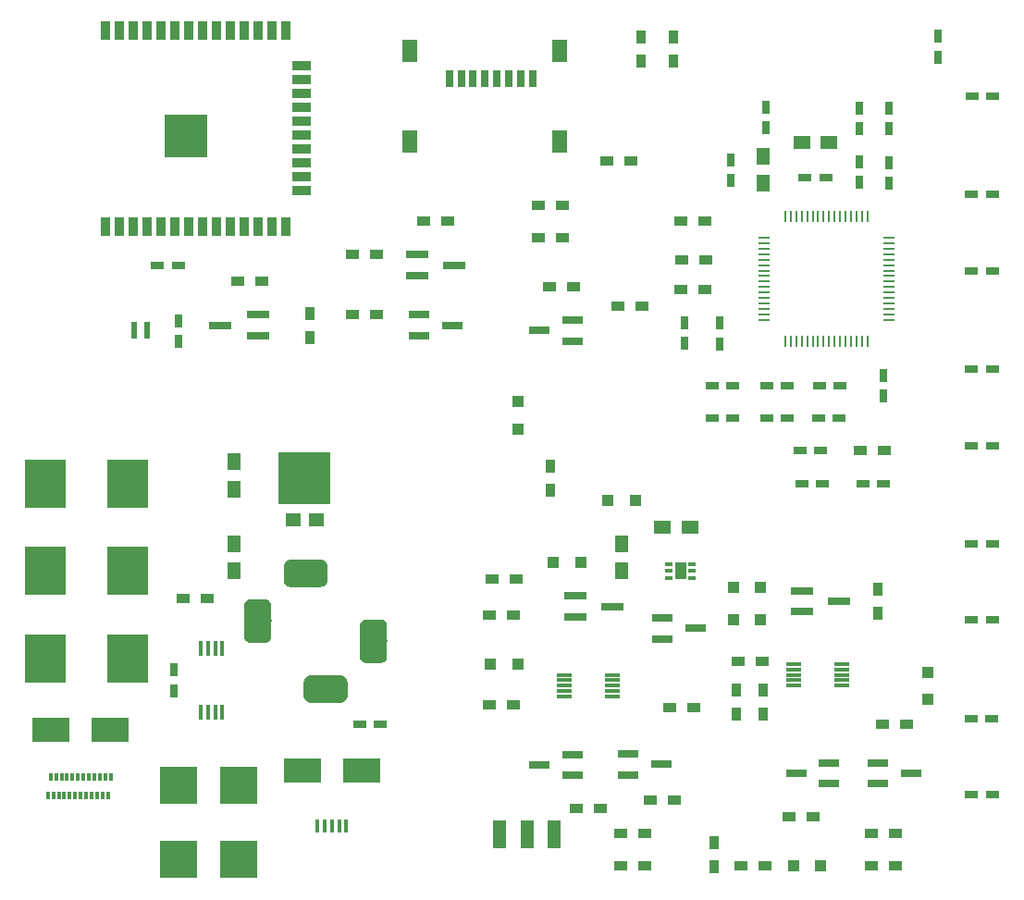
<source format=gbr>
G04 #@! TF.GenerationSoftware,KiCad,Pcbnew,5.0.2+dfsg1-1*
G04 #@! TF.CreationDate,2019-03-09T14:20:14+01:00*
G04 #@! TF.ProjectId,OpenHardwareHolterMonitor,4f70656e-4861-4726-9477-617265486f6c,rev?*
G04 #@! TF.SameCoordinates,Original*
G04 #@! TF.FileFunction,Paste,Top*
G04 #@! TF.FilePolarity,Positive*
%FSLAX46Y46*%
G04 Gerber Fmt 4.6, Leading zero omitted, Abs format (unit mm)*
G04 Created by KiCad (PCBNEW 5.0.2+dfsg1-1) date Sat 09 Mar 2019 02:20:14 PM CET*
%MOMM*%
%LPD*%
G01*
G04 APERTURE LIST*
%ADD10R,3.500000X3.500000*%
%ADD11R,0.550000X1.500000*%
%ADD12R,4.000000X4.000000*%
%ADD13R,0.900000X1.700000*%
%ADD14R,1.700000X0.900000*%
%ADD15C,0.025400*%
%ADD16C,2.500000*%
%ADD17R,1.000000X1.000000*%
%ADD18R,1.200000X0.900000*%
%ADD19R,2.000000X0.700000*%
%ADD20R,1.900000X0.800000*%
%ADD21R,1.200000X0.750000*%
%ADD22R,0.750000X1.200000*%
%ADD23R,1.250000X1.500000*%
%ADD24R,1.500000X1.250000*%
%ADD25R,3.750000X4.400000*%
%ADD26R,1.450000X2.000000*%
%ADD27R,0.800000X1.500000*%
%ADD28R,1.400000X1.270000*%
%ADD29R,4.720000X4.800000*%
%ADD30R,0.900000X1.200000*%
%ADD31R,0.450000X1.300000*%
%ADD32R,0.300000X0.700000*%
%ADD33R,1.000000X0.250000*%
%ADD34R,0.250000X1.000000*%
%ADD35R,1.400000X0.300000*%
%ADD36R,0.450000X1.450000*%
%ADD37R,1.000000X1.600000*%
%ADD38R,0.700000X0.300000*%
%ADD39R,1.250000X2.500000*%
%ADD40R,3.500000X2.300000*%
G04 APERTURE END LIST*
D10*
G04 #@! TO.C,F1*
X160000000Y-90600000D03*
X160000000Y-97400000D03*
G04 #@! TD*
D11*
G04 #@! TO.C,Y1*
X150425000Y-49000000D03*
X151575000Y-49000000D03*
G04 #@! TD*
D12*
G04 #@! TO.C,U1*
X155155000Y-31200000D03*
D13*
X147745000Y-39500000D03*
X149015000Y-39500000D03*
X150285000Y-39500000D03*
X151555000Y-39500000D03*
X152825000Y-39500000D03*
X154095000Y-39500000D03*
X155365000Y-39500000D03*
X156635000Y-39500000D03*
X157905000Y-39500000D03*
X159175000Y-39500000D03*
X160445000Y-39500000D03*
X161715000Y-39500000D03*
X162985000Y-39500000D03*
X164255000Y-39500000D03*
D14*
X165755000Y-36215000D03*
X165755000Y-34945000D03*
X165755000Y-33675000D03*
X165755000Y-32405000D03*
X165755000Y-31135000D03*
X165755000Y-29865000D03*
X165755000Y-28595000D03*
X165755000Y-27325000D03*
X165755000Y-26055000D03*
X165755000Y-24785000D03*
D13*
X164255000Y-21500000D03*
X162985000Y-21500000D03*
X161715000Y-21500000D03*
X160445000Y-21500000D03*
X159175000Y-21500000D03*
X157905000Y-21500000D03*
X156635000Y-21500000D03*
X155365000Y-21500000D03*
X154095000Y-21500000D03*
X152825000Y-21500000D03*
X151555000Y-21500000D03*
X150285000Y-21500000D03*
X149015000Y-21500000D03*
X147745000Y-21500000D03*
G04 #@! TD*
D15*
G04 #@! TO.C,FL1*
G36*
X172981261Y-75423010D02*
X173041931Y-75432009D01*
X173101428Y-75446912D01*
X173159177Y-75467575D01*
X173214623Y-75493799D01*
X173267231Y-75525331D01*
X173316496Y-75561868D01*
X173361942Y-75603058D01*
X173403132Y-75648504D01*
X173439669Y-75697769D01*
X173471201Y-75750377D01*
X173497425Y-75805823D01*
X173518088Y-75863572D01*
X173532991Y-75923069D01*
X173541990Y-75983739D01*
X173545000Y-76045000D01*
X173545000Y-78795000D01*
X173541990Y-78856261D01*
X173532991Y-78916931D01*
X173518088Y-78976428D01*
X173497425Y-79034177D01*
X173471201Y-79089623D01*
X173439669Y-79142231D01*
X173403132Y-79191496D01*
X173361942Y-79236942D01*
X173316496Y-79278132D01*
X173267231Y-79314669D01*
X173214623Y-79346201D01*
X173159177Y-79372425D01*
X173101428Y-79393088D01*
X173041931Y-79407991D01*
X172981261Y-79416990D01*
X172920000Y-79420000D01*
X171670000Y-79420000D01*
X171608739Y-79416990D01*
X171548069Y-79407991D01*
X171488572Y-79393088D01*
X171430823Y-79372425D01*
X171375377Y-79346201D01*
X171322769Y-79314669D01*
X171273504Y-79278132D01*
X171228058Y-79236942D01*
X171186868Y-79191496D01*
X171150331Y-79142231D01*
X171118799Y-79089623D01*
X171092575Y-79034177D01*
X171071912Y-78976428D01*
X171057009Y-78916931D01*
X171048010Y-78856261D01*
X171045000Y-78795000D01*
X171045000Y-76045000D01*
X171048010Y-75983739D01*
X171057009Y-75923069D01*
X171071912Y-75863572D01*
X171092575Y-75805823D01*
X171118799Y-75750377D01*
X171150331Y-75697769D01*
X171186868Y-75648504D01*
X171228058Y-75603058D01*
X171273504Y-75561868D01*
X171322769Y-75525331D01*
X171375377Y-75493799D01*
X171430823Y-75467575D01*
X171488572Y-75446912D01*
X171548069Y-75432009D01*
X171608739Y-75423010D01*
X171670000Y-75420000D01*
X172920000Y-75420000D01*
X172981261Y-75423010D01*
X172981261Y-75423010D01*
G37*
D16*
X172295000Y-77420000D03*
D15*
G36*
X169356261Y-80548010D02*
X169416931Y-80557009D01*
X169476428Y-80571912D01*
X169534177Y-80592575D01*
X169589623Y-80618799D01*
X169642231Y-80650331D01*
X169691496Y-80686868D01*
X169736942Y-80728058D01*
X169778132Y-80773504D01*
X169814669Y-80822769D01*
X169846201Y-80875377D01*
X169872425Y-80930823D01*
X169893088Y-80988572D01*
X169907991Y-81048069D01*
X169916990Y-81108739D01*
X169920000Y-81170000D01*
X169920000Y-82420000D01*
X169916990Y-82481261D01*
X169907991Y-82541931D01*
X169893088Y-82601428D01*
X169872425Y-82659177D01*
X169846201Y-82714623D01*
X169814669Y-82767231D01*
X169778132Y-82816496D01*
X169736942Y-82861942D01*
X169691496Y-82903132D01*
X169642231Y-82939669D01*
X169589623Y-82971201D01*
X169534177Y-82997425D01*
X169476428Y-83018088D01*
X169416931Y-83032991D01*
X169356261Y-83041990D01*
X169295000Y-83045000D01*
X166545000Y-83045000D01*
X166483739Y-83041990D01*
X166423069Y-83032991D01*
X166363572Y-83018088D01*
X166305823Y-82997425D01*
X166250377Y-82971201D01*
X166197769Y-82939669D01*
X166148504Y-82903132D01*
X166103058Y-82861942D01*
X166061868Y-82816496D01*
X166025331Y-82767231D01*
X165993799Y-82714623D01*
X165967575Y-82659177D01*
X165946912Y-82601428D01*
X165932009Y-82541931D01*
X165923010Y-82481261D01*
X165920000Y-82420000D01*
X165920000Y-81170000D01*
X165923010Y-81108739D01*
X165932009Y-81048069D01*
X165946912Y-80988572D01*
X165967575Y-80930823D01*
X165993799Y-80875377D01*
X166025331Y-80822769D01*
X166061868Y-80773504D01*
X166103058Y-80728058D01*
X166148504Y-80686868D01*
X166197769Y-80650331D01*
X166250377Y-80618799D01*
X166305823Y-80592575D01*
X166363572Y-80571912D01*
X166423069Y-80557009D01*
X166483739Y-80548010D01*
X166545000Y-80545000D01*
X169295000Y-80545000D01*
X169356261Y-80548010D01*
X169356261Y-80548010D01*
G37*
D16*
X167920000Y-81795000D03*
D15*
G36*
X162391261Y-73583010D02*
X162451931Y-73592009D01*
X162511428Y-73606912D01*
X162569177Y-73627575D01*
X162624623Y-73653799D01*
X162677231Y-73685331D01*
X162726496Y-73721868D01*
X162771942Y-73763058D01*
X162813132Y-73808504D01*
X162849669Y-73857769D01*
X162881201Y-73910377D01*
X162907425Y-73965823D01*
X162928088Y-74023572D01*
X162942991Y-74083069D01*
X162951990Y-74143739D01*
X162955000Y-74205000D01*
X162955000Y-76955000D01*
X162951990Y-77016261D01*
X162942991Y-77076931D01*
X162928088Y-77136428D01*
X162907425Y-77194177D01*
X162881201Y-77249623D01*
X162849669Y-77302231D01*
X162813132Y-77351496D01*
X162771942Y-77396942D01*
X162726496Y-77438132D01*
X162677231Y-77474669D01*
X162624623Y-77506201D01*
X162569177Y-77532425D01*
X162511428Y-77553088D01*
X162451931Y-77567991D01*
X162391261Y-77576990D01*
X162330000Y-77580000D01*
X161080000Y-77580000D01*
X161018739Y-77576990D01*
X160958069Y-77567991D01*
X160898572Y-77553088D01*
X160840823Y-77532425D01*
X160785377Y-77506201D01*
X160732769Y-77474669D01*
X160683504Y-77438132D01*
X160638058Y-77396942D01*
X160596868Y-77351496D01*
X160560331Y-77302231D01*
X160528799Y-77249623D01*
X160502575Y-77194177D01*
X160481912Y-77136428D01*
X160467009Y-77076931D01*
X160458010Y-77016261D01*
X160455000Y-76955000D01*
X160455000Y-74205000D01*
X160458010Y-74143739D01*
X160467009Y-74083069D01*
X160481912Y-74023572D01*
X160502575Y-73965823D01*
X160528799Y-73910377D01*
X160560331Y-73857769D01*
X160596868Y-73808504D01*
X160638058Y-73763058D01*
X160683504Y-73721868D01*
X160732769Y-73685331D01*
X160785377Y-73653799D01*
X160840823Y-73627575D01*
X160898572Y-73606912D01*
X160958069Y-73592009D01*
X161018739Y-73583010D01*
X161080000Y-73580000D01*
X162330000Y-73580000D01*
X162391261Y-73583010D01*
X162391261Y-73583010D01*
G37*
D16*
X161705000Y-75580000D03*
D15*
G36*
X167516261Y-69958010D02*
X167576931Y-69967009D01*
X167636428Y-69981912D01*
X167694177Y-70002575D01*
X167749623Y-70028799D01*
X167802231Y-70060331D01*
X167851496Y-70096868D01*
X167896942Y-70138058D01*
X167938132Y-70183504D01*
X167974669Y-70232769D01*
X168006201Y-70285377D01*
X168032425Y-70340823D01*
X168053088Y-70398572D01*
X168067991Y-70458069D01*
X168076990Y-70518739D01*
X168080000Y-70580000D01*
X168080000Y-71830000D01*
X168076990Y-71891261D01*
X168067991Y-71951931D01*
X168053088Y-72011428D01*
X168032425Y-72069177D01*
X168006201Y-72124623D01*
X167974669Y-72177231D01*
X167938132Y-72226496D01*
X167896942Y-72271942D01*
X167851496Y-72313132D01*
X167802231Y-72349669D01*
X167749623Y-72381201D01*
X167694177Y-72407425D01*
X167636428Y-72428088D01*
X167576931Y-72442991D01*
X167516261Y-72451990D01*
X167455000Y-72455000D01*
X164705000Y-72455000D01*
X164643739Y-72451990D01*
X164583069Y-72442991D01*
X164523572Y-72428088D01*
X164465823Y-72407425D01*
X164410377Y-72381201D01*
X164357769Y-72349669D01*
X164308504Y-72313132D01*
X164263058Y-72271942D01*
X164221868Y-72226496D01*
X164185331Y-72177231D01*
X164153799Y-72124623D01*
X164127575Y-72069177D01*
X164106912Y-72011428D01*
X164092009Y-71951931D01*
X164083010Y-71891261D01*
X164080000Y-71830000D01*
X164080000Y-70580000D01*
X164083010Y-70518739D01*
X164092009Y-70458069D01*
X164106912Y-70398572D01*
X164127575Y-70340823D01*
X164153799Y-70285377D01*
X164185331Y-70232769D01*
X164221868Y-70183504D01*
X164263058Y-70138058D01*
X164308504Y-70096868D01*
X164357769Y-70060331D01*
X164410377Y-70028799D01*
X164465823Y-70002575D01*
X164523572Y-69981912D01*
X164583069Y-69967009D01*
X164643739Y-69958010D01*
X164705000Y-69955000D01*
X167455000Y-69955000D01*
X167516261Y-69958010D01*
X167516261Y-69958010D01*
G37*
D16*
X166080000Y-71205000D03*
G04 #@! TD*
D17*
G04 #@! TO.C,D14*
X191250000Y-70250000D03*
X188750000Y-70250000D03*
G04 #@! TD*
G04 #@! TO.C,D13*
X213250000Y-98000000D03*
X210750000Y-98000000D03*
G04 #@! TD*
G04 #@! TO.C,D12*
X223000000Y-82750000D03*
X223000000Y-80250000D03*
G04 #@! TD*
D18*
G04 #@! TO.C,D7*
X220100000Y-98000000D03*
X217900000Y-98000000D03*
G04 #@! TD*
G04 #@! TO.C,D11*
X197100000Y-98000000D03*
X194900000Y-98000000D03*
G04 #@! TD*
G04 #@! TO.C,R43*
X182900000Y-75000000D03*
X185100000Y-75000000D03*
G04 #@! TD*
G04 #@! TO.C,R42*
X193100000Y-92750000D03*
X190900000Y-92750000D03*
G04 #@! TD*
G04 #@! TO.C,R38*
X185100000Y-83250000D03*
X182900000Y-83250000D03*
G04 #@! TD*
G04 #@! TO.C,R37*
X218900000Y-85000000D03*
X221100000Y-85000000D03*
G04 #@! TD*
G04 #@! TO.C,R39*
X217900000Y-95000000D03*
X220100000Y-95000000D03*
G04 #@! TD*
G04 #@! TO.C,R40*
X194900000Y-95000000D03*
X197100000Y-95000000D03*
G04 #@! TD*
G04 #@! TO.C,R41*
X210300000Y-93500000D03*
X212500000Y-93500000D03*
G04 #@! TD*
D19*
G04 #@! TO.C,Q6*
X194200000Y-74250000D03*
X190800000Y-75200000D03*
X190800000Y-73300000D03*
G04 #@! TD*
G04 #@! TO.C,Q5*
X214950000Y-73750000D03*
X211550000Y-74700000D03*
X211550000Y-72800000D03*
G04 #@! TD*
D20*
G04 #@! TO.C,Q10*
X187500000Y-88750000D03*
X190500000Y-87800000D03*
X190500000Y-89700000D03*
G04 #@! TD*
G04 #@! TO.C,Q9*
X211000000Y-89500000D03*
X214000000Y-88550000D03*
X214000000Y-90450000D03*
G04 #@! TD*
G04 #@! TO.C,Q8*
X198618333Y-88707500D03*
X195618333Y-89657500D03*
X195618333Y-87757500D03*
G04 #@! TD*
G04 #@! TO.C,Q7*
X221500000Y-89500000D03*
X218500000Y-90450000D03*
X218500000Y-88550000D03*
G04 #@! TD*
D21*
G04 #@! TO.C,C1*
X152550000Y-43000000D03*
X154450000Y-43000000D03*
G04 #@! TD*
D22*
G04 #@! TO.C,C2*
X154500000Y-50000000D03*
X154500000Y-48100000D03*
G04 #@! TD*
G04 #@! TO.C,C3*
X200750000Y-50150000D03*
X200750000Y-48250000D03*
G04 #@! TD*
G04 #@! TO.C,C4*
X204000000Y-50200000D03*
X204000000Y-48300000D03*
G04 #@! TD*
G04 #@! TO.C,C5*
X205000000Y-33350000D03*
X205000000Y-35250000D03*
G04 #@! TD*
D21*
G04 #@! TO.C,C6*
X203300000Y-54000000D03*
X205200000Y-54000000D03*
G04 #@! TD*
G04 #@! TO.C,C7*
X203300000Y-57000000D03*
X205200000Y-57000000D03*
G04 #@! TD*
D23*
G04 #@! TO.C,C8*
X208000000Y-33000000D03*
X208000000Y-35500000D03*
G04 #@! TD*
D22*
G04 #@! TO.C,C9*
X208250000Y-28550000D03*
X208250000Y-30450000D03*
G04 #@! TD*
D21*
G04 #@! TO.C,C10*
X208300000Y-54000000D03*
X210200000Y-54000000D03*
G04 #@! TD*
G04 #@! TO.C,C11*
X208300000Y-57000000D03*
X210200000Y-57000000D03*
G04 #@! TD*
D24*
G04 #@! TO.C,C12*
X211500000Y-31750000D03*
X214000000Y-31750000D03*
G04 #@! TD*
D21*
G04 #@! TO.C,C13*
X211800000Y-35000000D03*
X213700000Y-35000000D03*
G04 #@! TD*
G04 #@! TO.C,C14*
X211321423Y-60000000D03*
X213221423Y-60000000D03*
G04 #@! TD*
G04 #@! TO.C,C15*
X211500000Y-63000000D03*
X213400000Y-63000000D03*
G04 #@! TD*
D22*
G04 #@! TO.C,C16*
X219500000Y-28600000D03*
X219500000Y-30500000D03*
G04 #@! TD*
G04 #@! TO.C,C17*
X216750000Y-28600000D03*
X216750000Y-30500000D03*
G04 #@! TD*
D21*
G04 #@! TO.C,C18*
X213100000Y-54000000D03*
X215000000Y-54000000D03*
G04 #@! TD*
G04 #@! TO.C,C19*
X213050000Y-57000000D03*
X214950000Y-57000000D03*
G04 #@! TD*
D22*
G04 #@! TO.C,C20*
X219000000Y-53100000D03*
X219000000Y-55000000D03*
G04 #@! TD*
D21*
G04 #@! TO.C,C21*
X217100000Y-63000000D03*
X219000000Y-63000000D03*
G04 #@! TD*
D22*
G04 #@! TO.C,C22*
X216750000Y-33550000D03*
X216750000Y-35450000D03*
G04 #@! TD*
G04 #@! TO.C,C23*
X219500000Y-33600000D03*
X219500000Y-35500000D03*
G04 #@! TD*
G04 #@! TO.C,C24*
X224000000Y-22050000D03*
X224000000Y-23950000D03*
G04 #@! TD*
D21*
G04 #@! TO.C,C25*
X229000000Y-27500000D03*
X227100000Y-27500000D03*
G04 #@! TD*
G04 #@! TO.C,C26*
X228950000Y-36500000D03*
X227050000Y-36500000D03*
G04 #@! TD*
G04 #@! TO.C,C27*
X228950000Y-43500000D03*
X227050000Y-43500000D03*
G04 #@! TD*
G04 #@! TO.C,C28*
X228950000Y-52500000D03*
X227050000Y-52500000D03*
G04 #@! TD*
G04 #@! TO.C,C29*
X228950000Y-59500000D03*
X227050000Y-59500000D03*
G04 #@! TD*
G04 #@! TO.C,C30*
X228950000Y-68500000D03*
X227050000Y-68500000D03*
G04 #@! TD*
G04 #@! TO.C,C31*
X228950000Y-75500000D03*
X227050000Y-75500000D03*
G04 #@! TD*
G04 #@! TO.C,C32*
X228900000Y-84500000D03*
X227000000Y-84500000D03*
G04 #@! TD*
G04 #@! TO.C,C33*
X228950000Y-91500000D03*
X227050000Y-91500000D03*
G04 #@! TD*
D25*
G04 #@! TO.C,C34*
X142225000Y-71000000D03*
X149775000Y-71000000D03*
G04 #@! TD*
G04 #@! TO.C,C35*
X142225000Y-63000000D03*
X149775000Y-63000000D03*
G04 #@! TD*
D22*
G04 #@! TO.C,C36*
X154000000Y-80050000D03*
X154000000Y-81950000D03*
G04 #@! TD*
D25*
G04 #@! TO.C,C37*
X142225000Y-79000000D03*
X149775000Y-79000000D03*
G04 #@! TD*
D21*
G04 #@! TO.C,C38*
X172950000Y-85000000D03*
X171050000Y-85000000D03*
G04 #@! TD*
D23*
G04 #@! TO.C,C39*
X159500000Y-61000000D03*
X159500000Y-63500000D03*
G04 #@! TD*
G04 #@! TO.C,C40*
X195000000Y-71000000D03*
X195000000Y-68500000D03*
G04 #@! TD*
G04 #@! TO.C,C41*
X159500000Y-68500000D03*
X159500000Y-71000000D03*
G04 #@! TD*
D24*
G04 #@! TO.C,C42*
X198750000Y-67000000D03*
X201250000Y-67000000D03*
G04 #@! TD*
D26*
G04 #@! TO.C,CON1*
X189375000Y-23350000D03*
X189375000Y-31650000D03*
X175625000Y-23350000D03*
X175625000Y-31650000D03*
D27*
X186925000Y-25950000D03*
X185825000Y-25950000D03*
X184725000Y-25950000D03*
X183625000Y-25950000D03*
X182525000Y-25950000D03*
X181425000Y-25950000D03*
X180325000Y-25950000D03*
X179225000Y-25950000D03*
G04 #@! TD*
D17*
G04 #@! TO.C,D1*
X185500000Y-55500000D03*
X185500000Y-58000000D03*
G04 #@! TD*
G04 #@! TO.C,D2*
X183000000Y-79500000D03*
X185500000Y-79500000D03*
G04 #@! TD*
G04 #@! TO.C,D3*
X205250000Y-75500000D03*
X207750000Y-75500000D03*
G04 #@! TD*
G04 #@! TO.C,D6*
X193750000Y-64500000D03*
X196250000Y-64500000D03*
G04 #@! TD*
D28*
G04 #@! TO.C,D8*
X164960000Y-66300000D03*
D29*
X166000000Y-62500000D03*
D28*
X167040000Y-66300000D03*
G04 #@! TD*
D30*
G04 #@! TO.C,D9*
X203500000Y-95900000D03*
X203500000Y-98100000D03*
G04 #@! TD*
D17*
G04 #@! TO.C,D10*
X205250000Y-72500000D03*
X207750000Y-72500000D03*
G04 #@! TD*
D10*
G04 #@! TO.C,F2*
X154500000Y-90600000D03*
X154500000Y-97400000D03*
G04 #@! TD*
D31*
G04 #@! TO.C,J12*
X169800000Y-94350000D03*
X169150000Y-94350000D03*
X168500000Y-94350000D03*
X167850000Y-94350000D03*
X167200000Y-94350000D03*
G04 #@! TD*
D32*
G04 #@! TO.C,J13*
X142500000Y-91530000D03*
X143000000Y-91530000D03*
X143500000Y-91530000D03*
X144000000Y-91530000D03*
X144500000Y-91530000D03*
X145000000Y-91530000D03*
X145500000Y-91530000D03*
X146000000Y-91530000D03*
X146500000Y-91530000D03*
X147000000Y-91530000D03*
X147500000Y-91530000D03*
X148000000Y-91530000D03*
X147750000Y-89830000D03*
X146250000Y-89830000D03*
X146750000Y-89830000D03*
X147250000Y-89830000D03*
X148250000Y-89830000D03*
X145750000Y-89830000D03*
X145250000Y-89830000D03*
X144750000Y-89830000D03*
X144250000Y-89830000D03*
X143750000Y-89830000D03*
X143250000Y-89830000D03*
X142750000Y-89830000D03*
G04 #@! TD*
D20*
G04 #@! TO.C,Q1*
X187500000Y-49000000D03*
X190500000Y-48050000D03*
X190500000Y-49950000D03*
G04 #@! TD*
G04 #@! TO.C,Q2*
X179500000Y-48500000D03*
X176500000Y-49450000D03*
X176500000Y-47550000D03*
G04 #@! TD*
D19*
G04 #@! TO.C,Q3*
X158300000Y-48500000D03*
X161700000Y-47550000D03*
X161700000Y-49450000D03*
G04 #@! TD*
G04 #@! TO.C,Q4*
X179700000Y-43000000D03*
X176300000Y-43950000D03*
X176300000Y-42050000D03*
G04 #@! TD*
D18*
G04 #@! TO.C,R1*
X202600000Y-39000000D03*
X200400000Y-39000000D03*
G04 #@! TD*
G04 #@! TO.C,R2*
X195850000Y-33500000D03*
X193650000Y-33500000D03*
G04 #@! TD*
G04 #@! TO.C,R3*
X189600000Y-37500000D03*
X187400000Y-37500000D03*
G04 #@! TD*
G04 #@! TO.C,R4*
X189600000Y-40500000D03*
X187400000Y-40500000D03*
G04 #@! TD*
G04 #@! TO.C,R5*
X190600000Y-45000000D03*
X188400000Y-45000000D03*
G04 #@! TD*
G04 #@! TO.C,R6*
X172600000Y-47500000D03*
X170400000Y-47500000D03*
G04 #@! TD*
G04 #@! TO.C,R7*
X172600000Y-42000000D03*
X170400000Y-42000000D03*
G04 #@! TD*
G04 #@! TO.C,R8*
X208100000Y-98000000D03*
X205900000Y-98000000D03*
G04 #@! TD*
D30*
G04 #@! TO.C,R9*
X166500000Y-47400000D03*
X166500000Y-49600000D03*
G04 #@! TD*
D18*
G04 #@! TO.C,R10*
X162100000Y-44500000D03*
X159900000Y-44500000D03*
G04 #@! TD*
D30*
G04 #@! TO.C,R11*
X188500000Y-63600000D03*
X188500000Y-61400000D03*
G04 #@! TD*
D18*
G04 #@! TO.C,R12*
X179100000Y-39000000D03*
X176900000Y-39000000D03*
G04 #@! TD*
G04 #@! TO.C,R13*
X202700000Y-42500000D03*
X200500000Y-42500000D03*
G04 #@! TD*
G04 #@! TO.C,R14*
X202600000Y-45250000D03*
X200400000Y-45250000D03*
G04 #@! TD*
G04 #@! TO.C,R15*
X196850000Y-46750000D03*
X194650000Y-46750000D03*
G04 #@! TD*
G04 #@! TO.C,R16*
X219100000Y-60000000D03*
X216900000Y-60000000D03*
G04 #@! TD*
G04 #@! TO.C,R27*
X199400000Y-83500000D03*
X201600000Y-83500000D03*
G04 #@! TD*
G04 #@! TO.C,R28*
X207850000Y-79250000D03*
X205650000Y-79250000D03*
G04 #@! TD*
G04 #@! TO.C,R29*
X183150000Y-71750000D03*
X185350000Y-71750000D03*
G04 #@! TD*
D30*
G04 #@! TO.C,R30*
X218500000Y-74850000D03*
X218500000Y-72650000D03*
G04 #@! TD*
G04 #@! TO.C,R31*
X199750000Y-22150000D03*
X199750000Y-24350000D03*
G04 #@! TD*
G04 #@! TO.C,R32*
X208000000Y-84100000D03*
X208000000Y-81900000D03*
G04 #@! TD*
G04 #@! TO.C,R33*
X196750000Y-22150000D03*
X196750000Y-24350000D03*
G04 #@! TD*
G04 #@! TO.C,R34*
X205500000Y-84100000D03*
X205500000Y-81900000D03*
G04 #@! TD*
D18*
G04 #@! TO.C,R35*
X154900000Y-73500000D03*
X157100000Y-73500000D03*
G04 #@! TD*
G04 #@! TO.C,R36*
X199850000Y-92000000D03*
X197650000Y-92000000D03*
G04 #@! TD*
D33*
G04 #@! TO.C,U2*
X219450000Y-48000000D03*
X219450000Y-47500000D03*
X219450000Y-47000000D03*
X219450000Y-46500000D03*
X219450000Y-46000000D03*
X219450000Y-45500000D03*
X219450000Y-45000000D03*
X219450000Y-44500000D03*
X219450000Y-44000000D03*
X219450000Y-43500000D03*
X219450000Y-43000000D03*
X219450000Y-42500000D03*
X219450000Y-42000000D03*
X219450000Y-41500000D03*
X219450000Y-41000000D03*
X219450000Y-40500000D03*
D34*
X217500000Y-38550000D03*
X217000000Y-38550000D03*
X216500000Y-38550000D03*
X216000000Y-38550000D03*
X215500000Y-38550000D03*
X215000000Y-38550000D03*
X214500000Y-38550000D03*
X214000000Y-38550000D03*
X213500000Y-38550000D03*
X213000000Y-38550000D03*
X212500000Y-38550000D03*
X212000000Y-38550000D03*
X211500000Y-38550000D03*
X211000000Y-38550000D03*
X210500000Y-38550000D03*
X210000000Y-38550000D03*
D33*
X208050000Y-40500000D03*
X208050000Y-41000000D03*
X208050000Y-41500000D03*
X208050000Y-42000000D03*
X208050000Y-42500000D03*
X208050000Y-43000000D03*
X208050000Y-43500000D03*
X208050000Y-44000000D03*
X208050000Y-44500000D03*
X208050000Y-45000000D03*
X208050000Y-45500000D03*
X208050000Y-46000000D03*
X208050000Y-46500000D03*
X208050000Y-47000000D03*
X208050000Y-47500000D03*
X208050000Y-48000000D03*
D34*
X210000000Y-49950000D03*
X210500000Y-49950000D03*
X211000000Y-49950000D03*
X211500000Y-49950000D03*
X212000000Y-49950000D03*
X212500000Y-49950000D03*
X213000000Y-49950000D03*
X213500000Y-49950000D03*
X214000000Y-49950000D03*
X214500000Y-49950000D03*
X215000000Y-49950000D03*
X215500000Y-49950000D03*
X216000000Y-49950000D03*
X216500000Y-49950000D03*
X217000000Y-49950000D03*
X217500000Y-49950000D03*
G04 #@! TD*
D35*
G04 #@! TO.C,U3*
X194200000Y-82500000D03*
X194200000Y-82000000D03*
X194200000Y-81500000D03*
X194200000Y-81000000D03*
X194200000Y-80500000D03*
X189800000Y-80500000D03*
X189800000Y-81000000D03*
X189800000Y-81500000D03*
X189800000Y-82000000D03*
X189800000Y-82500000D03*
G04 #@! TD*
G04 #@! TO.C,U4*
X210800000Y-79500000D03*
X210800000Y-80000000D03*
X210800000Y-80500000D03*
X210800000Y-81000000D03*
X210800000Y-81500000D03*
X215200000Y-81500000D03*
X215200000Y-81000000D03*
X215200000Y-80500000D03*
X215200000Y-80000000D03*
X215200000Y-79500000D03*
G04 #@! TD*
D36*
G04 #@! TO.C,U5*
X158475000Y-78050000D03*
X157825000Y-78050000D03*
X157175000Y-78050000D03*
X156525000Y-78050000D03*
X156525000Y-83950000D03*
X157175000Y-83950000D03*
X157825000Y-83950000D03*
X158475000Y-83950000D03*
G04 #@! TD*
D37*
G04 #@! TO.C,U6*
X200400000Y-71000000D03*
D38*
X201450000Y-70350000D03*
X199350000Y-70350000D03*
X201450000Y-71000000D03*
X199350000Y-71000000D03*
X201450000Y-71650000D03*
X199350000Y-71650000D03*
G04 #@! TD*
D20*
G04 #@! TO.C,Q11*
X198750000Y-75300000D03*
X198750000Y-77200000D03*
X201750000Y-76250000D03*
G04 #@! TD*
D39*
G04 #@! TO.C,SW1*
X183850000Y-95100000D03*
X186350000Y-95100000D03*
X188850000Y-95100000D03*
G04 #@! TD*
D40*
G04 #@! TO.C,D4*
X171200000Y-89250000D03*
X165800000Y-89250000D03*
G04 #@! TD*
G04 #@! TO.C,D5*
X148200000Y-85500000D03*
X142800000Y-85500000D03*
G04 #@! TD*
M02*

</source>
